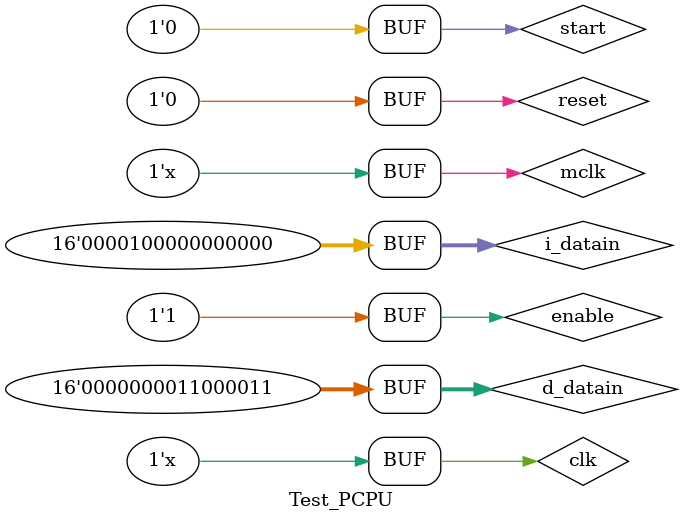
<source format=v>
`timescale 1ns / 1ps

`define NOP		5'b00000
`define HALT	5'b00001
`define LOAD	5'b00010
`define STORE	5'b00011
`define LDIH	5'b10000
`define ADD		5'b01000
`define ADDI	5'b01001
`define ADDC	5'b10001
`define SUB		5'b01010
`define SUBI	5'b01011
`define SUBC	5'b10010
`define CMP		5'b01100
//Logical / shift
`define AND		5'b01101
`define OR		5'b01110
`define XOR		5'b01111
`define SLL		5'b00100
`define SRL		5'b00111
`define SLA		5'b00101
`define SRA		5'b00110
//Control
`define JUMP	5'b11000
`define JMPR	5'b11001
`define BZ		5'b11010
`define BNZ		5'b11011
`define BN		5'b11100
`define BNN		5'b11101
`define BC		5'b11110
`define BNC		5'b11111
//Statement
`define idle	1'b0
`define exec	1'b1
//gr
`define gr0 3'b000
`define gr1 3'b001
`define gr2 3'b010
`define gr3 3'b011
`define gr4 3'b100
`define gr5 3'b101
`define gr6 3'b110
`define gr7 3'b111
/********************************************************************/
module Test_PCPU;

	// Inputs
	reg clk;
	reg mclk;
	reg reset;
	reg enable;
	reg start;
	reg [15:0] i_datain;
	reg [15:0] d_datain;

	// Outputs
	wire d_we;
	wire [7:0] d_addr;
	wire [7:0] pc;
	wire [15:0] d_dataout;
	wire [2:0] red;
	wire [2:0] green;
	wire [1:0] blue;
	wire hs;
	wire vs;

	// Instantiate the Unit Under Test (UUT)
	PCPU uut (
		.clk(clk), 
		.mclk(mclk), 
		.reset(reset), 
		.enable(enable), 
		.start(start), 
		.i_datain(i_datain), 
		.d_datain(d_datain), 
		.d_we(d_we), 
		.d_addr(d_addr), 
		.pc(pc), 
		.d_dataout(d_dataout), 
		.red(red), 
		.green(green), 
		.blue(blue), 
		.hs(hs), 
		.vs(vs)
	);

	initial begin
		// Initialize Inputs
		clk = 0;
		mclk = 0;
		reset = 0;
		enable = 0;
		start = 0;
		i_datain = 0;
		d_datain = 0;

		// Wait 100 ns for global reset to finish
		// Wait 100 ns for global reset to finish
		#10;
        
		// Add stimulus here
		//************* test pattern *************//	
		$display("LOAD, ADDI, LDIH, '''ALL ADD AND SUB'''");
		$display("pc:     id_ir      :reg_A:reg_B:ALUo :reg_C:da:dd  :w:reC1:gr1 :gr2 :gr3 :ddin:exir:mmir:wbir:smdr:zf:nf:cf:beq");
		$monitor("%h:%b:%h :%h :%h :%h :%h:%h:%b:%h:%h:%h:%h:%h:%h:%h:%h:%h:%b: %b: %b: %h", 
			uut.pc, uut.id_ir, uut.reg_A, uut.reg_B, uut.ALU0,uut.reg_C,
			d_addr, d_dataout, d_we, uut.reg_C1, uut.gr[1], uut.gr[2], uut.gr[3],uut.d_datain,uut.ex_ir,uut.mem_ir,
			uut.wb_ir,uut.smdr,uut.zf,uut.nf, uut.cf, uut.beq);
			
		enable <= 1; start <= 0; i_datain <= 0; d_datain <= 0; /*select_y <= 0;*/

		#10 reset  <= 1;
		#10 reset  <= 0;
		#10 enable <= 1;
		#10 start  <= 1;
		#10 start  <= 0;
		#10 i_datain <= {`LOAD, `gr1, 1'b0, `gr0, 4'b0001};
		#10 i_datain <= {`LOAD, `gr1, 1'b0, `gr0, 4'b0001};
			 d_datain <= 16'b0000_0000_1100_0011;
		#10 i_datain <= {`NOP, 11'b000_0000_0000};
		#10 i_datain <= {`LDIH, `gr1, 4'b1111, 4'b1100};					
      #10 i_datain <= {`ADDI, `gr1, 4'b1111, 4'b1111};
		#10 i_datain <= {`LDIH, `gr2, 4'b1111, 4'b1100};					
      #10 i_datain <= {`ADDI, `gr3, 4'b1111, 4'b1111};
      #10 i_datain <= {`ADD, `gr3, 1'b0, `gr1, 1'b0, `gr2};
		#10 i_datain <= {`ADD, `gr3, 1'b0, `gr2, 1'b0, `gr2};
		#10 i_datain <= {`ADDC, `gr3, 1'b0, `gr2, 1'b0, `gr1};
		#10 i_datain <= {`SUB, `gr3, 1'b0, `gr2, 1'b0, `gr1};
		#10 i_datain <= {`BN, `gr0, 4'b0011,4'b1100};
		#10 i_datain <= {`SUBC, `gr3, 1'b0, `gr2, 1'b0, `gr1};
		#10 i_datain <= {`SUBI, `gr1, 4'b1111, 4'b1111 };
      #10 i_datain <= {`LDIH, `gr1, 4'b1111, 4'b1111 };
		$display("SLL,SLA,SRA,SRL");
		$display("pc:     id_ir      :reg_A:reg_B:ALUo :reg_C:da:dd  :w:reC1:gr1 :gr2 :gr3 :ddin:exir:mmir:wbir:smdr:zf:nf:cf");
		#10 i_datain <= {`LDIH, `gr1, 4'b1111, 4'b1100};					
      #10 i_datain <= {`ADDI, `gr1, 4'b1111, 4'b1111};
		#10 i_datain <= {`LDIH, `gr2, 4'b1111, 4'b1100};					
      #10 i_datain <= {`ADDI, `gr3, 4'b1111, 4'b1111};
		#10 i_datain <= {`SLL, `gr2, 1'b0, `gr1, 4'b0001};
		#10 i_datain <= {`SLA, `gr2, 1'b0, `gr1, 4'b0001};
		#10 i_datain <= {`SRA, `gr3, 1'b0, `gr2, 4'b0010};
		#10 i_datain <= {`SRL, `gr3, 1'b0, `gr2, 4'b0010};
		$display("LDIH,BZ,ADDI,AND,SUBI,OR,XOR");
		$display("pc:     id_ir      :reg_A:reg_B:ALUo :reg_C:da:dd  :w:reC1:gr1 :gr2 :gr3 :ddin:exir:mmir:wbir:smdr:zf:nf:cf");
		#10 i_datain <= {`LDIH, `gr1, 4'b1111, 4'b1100};					
      #10 i_datain <= {`ADDI, `gr1, 4'b1111, 4'b1111};
		#10 i_datain <= {`CMP, `gr1, 1'b0, `gr1, 1'b0, `gr1};
		#10 i_datain <= {`BZ, `gr0, 4'b1011,4'b1100};
		#10 i_datain <= {`LDIH, `gr2, 4'b1111, 4'b1100};
		
      #10 i_datain <= {`ADDI, `gr3, 4'b1111, 4'b1111};
		#10 i_datain <= {`LDIH, `gr1, 8'b0000_0100 };
		#10 i_datain <= {`ADDI, `gr1, 4'b1111, 4'b1111 };
		#10 i_datain <= {`AND, `gr3, 1'b0,`gr1, 1'b0,`gr2 };
		#10 i_datain <= {`SUBI, `gr1, 4'b1100, 4'b1111 };
		#10 i_datain <= {`OR, `gr3,1'b0, `gr1,1'b0, `gr2 };
		#10 i_datain <= {`XOR, `gr3, 1'b0,`gr1, 1'b0,`gr2 };
		#10 i_datain <= {`LDIH, `gr1, 4'b1111, 4'b1100};					
      #10 i_datain <= {`ADDI, `gr1, 4'b1111, 4'b1111};
		#10 i_datain <= {`LDIH, `gr2, 4'b1111, 4'b1100};					
      #10 i_datain <= {`ADDI, `gr3, 4'b1111, 4'b1111};
		#10 i_datain <= {`HALT,11'b000_0000_0000};
	end
      
	always #5 mclk = ~mclk;
   always #1 clk = ~clk;
      
endmodule


</source>
